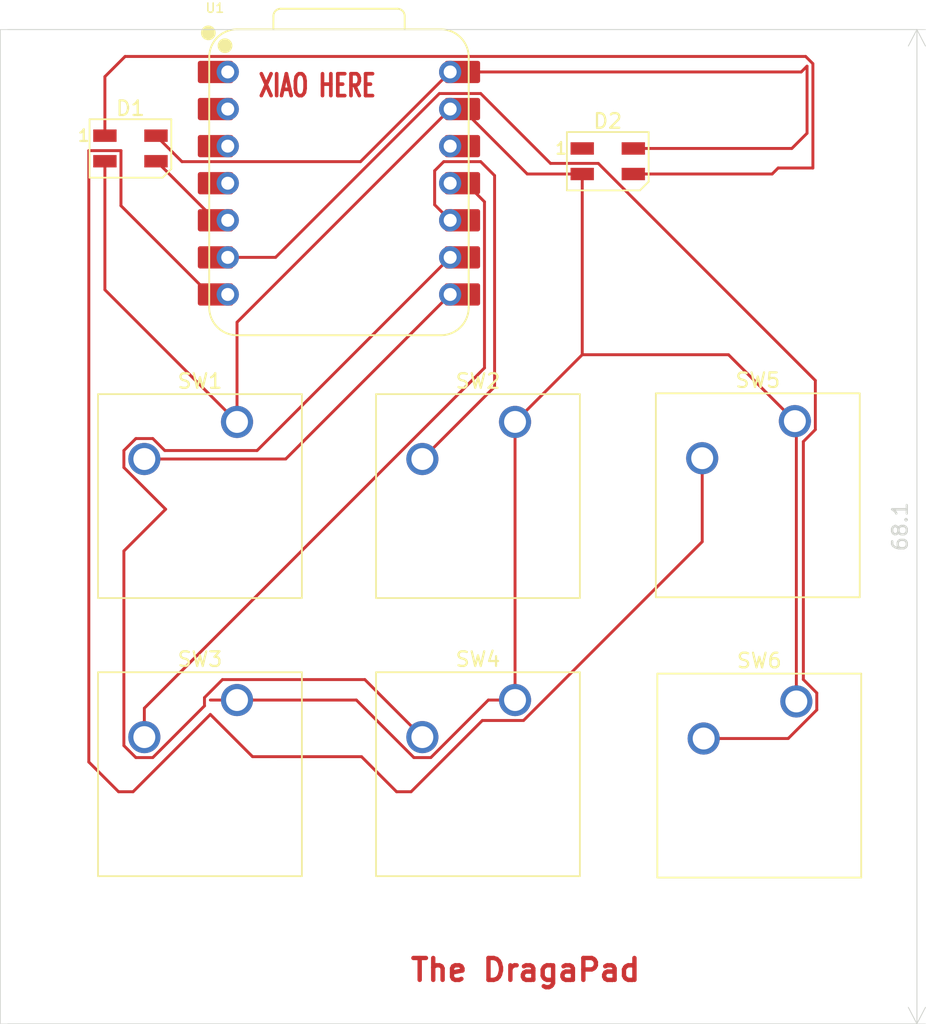
<source format=kicad_pcb>
(kicad_pcb (version 20241229) (generator "pcbnew") (generator_version "9.0")
  (layers (0 "F.Cu" signal) (2 "B.Cu" signal) (13 "F.Paste" user) (15 "B.Paste" user) (5 "F.SilkS" user "F.Silkscreen") (7 "B.SilkS" user "B.Silkscreen") (1 "F.Mask" user) (3 "B.Mask" user) (25 "Edge.Cuts" user))
  (net 0 "")
  (net 1 "+5V")
  (net 2 "GND")
  (net 3 "Net-(D1-DIN)")
  (net 4 "Net-(D1-DOUT)")
  (net 6 "Net-(U1-GPIO1{slash}RX)")
  (net 7 "Net-(U1-GPIO4{slash}MISO)")
  (net 8 "Net-(U1-GPIO3{slash}MOSI)")
  (net 9 "Net-(U1-GPIO2{slash}SCK)")
  (net 10 "Net-(U1-GPIO0{slash}TX)")
  (net 16 "Net-(U1-GPIO7{slash}SCL)")
  (footprint "Button_Switch_Keyboard:SW_Cherry_MX_1.00u_PCB" (layer "F.Cu") (at 65.31525 76.92475)
    (property "Reference" "SW3" (at -2.54 -2.794 0) (layer "F.SilkS"))
    (property "Value" "SW_Push")
    (fp_line (start -9.525 -1.905) (end 4.445 -1.905) (stroke (width 0.12)) (layer "F.SilkS"))
    (fp_line (start -9.525 12.065) (end -9.525 -1.905) (stroke (width 0.12)) (layer "F.SilkS"))
    (fp_line (start 4.445 -1.905) (end 4.445 12.065) (stroke (width 0.12)) (layer "F.SilkS"))
    (fp_line (start 4.445 12.065) (end -9.525 12.065) (stroke (width 0.12)) (layer "F.SilkS"))
    (pad "" np_thru_hole circle (at -7.62 5.08) (size 1.7 1.7) (drill 1.7) (layers "*.Cu" "*.Mask"))
    (pad "" np_thru_hole circle (at -2.54 5.08) (size 4 4) (drill 4) (layers "*.Cu" "*.Mask"))
    (pad "" np_thru_hole circle (at 2.54 5.08) (size 1.7 1.7) (drill 1.7) (layers "*.Cu" "*.Mask"))
    (pad "1" thru_hole circle (at 0 0) (size 2.2 2.2) (drill 1.5) (layers "*.Cu" "*.Mask") (net 2 "GND"))
    (pad "2" thru_hole circle (at -6.35 2.54) (size 2.2 2.2) (drill 1.5) (layers "*.Cu" "*.Mask") (net 8 "Net-(U1-GPIO3{slash}MOSI)"))
  )
  (footprint "LED_SMD:LED_SK6812MINI_PLCC4_3.5x3.5mm_P1.75mm" (layer "F.Cu") (at 58.01275 39.14225)
    (property "Reference" "D1" (at 0 -2.75 0) (layer "F.SilkS"))
    (property "Value" "SK6812MINI")
    (fp_line (start -2.8 -2) (end -2.8 2) (stroke (width 0.12)) (layer "F.SilkS"))
    (fp_line (start -2.8 -2) (end 2.8 -2) (stroke (width 0.12)) (layer "F.SilkS"))
    (fp_line (start -2.8 2) (end 2.2 2) (stroke (width 0.12)) (layer "F.SilkS"))
    (fp_line (start 2.8 1.4) (end 2.2 2) (stroke (width 0.12)) (layer "F.SilkS"))
    (fp_line (start 2.8 1.4) (end 2.8 -2) (stroke (width 0.12)) (layer "F.SilkS"))
    (fp_text user "1" (at -3.2 -0.875 0) (layer "F.SilkS") (effects (font (size 0.8 0.8))))
    (pad "1" smd rect (at -1.75 -0.875) (size 1.6 0.85) (layers "F.Cu" "F.Mask" "F.Paste") (net 4 "Net-(D1-DOUT)"))
    (pad "2" smd rect (at -1.75 0.875) (size 1.6 0.85) (layers "F.Cu" "F.Mask" "F.Paste") (net 2 "GND"))
    (pad "3" smd rect (at 1.75 0.875) (size 1.6 0.85) (layers "F.Cu" "F.Mask" "F.Paste") (net 3 "Net-(D1-DIN)"))
    (pad "4" smd rect (at 1.75 -0.875) (size 1.6 0.85) (layers "F.Cu" "F.Mask" "F.Paste") (net 1 "+5V"))
  )
  (footprint "Button_Switch_Keyboard:SW_Cherry_MX_1.00u_PCB" (layer "F.Cu") (at 84.36525 57.87475)
    (property "Reference" "SW2" (at -2.54 -2.794 0) (layer "F.SilkS"))
    (property "Value" "SW_Push")
    (fp_line (start -9.525 -1.905) (end 4.445 -1.905) (stroke (width 0.12)) (layer "F.SilkS"))
    (fp_line (start -9.525 12.065) (end -9.525 -1.905) (stroke (width 0.12)) (layer "F.SilkS"))
    (fp_line (start 4.445 -1.905) (end 4.445 12.065) (stroke (width 0.12)) (layer "F.SilkS"))
    (fp_line (start 4.445 12.065) (end -9.525 12.065) (stroke (width 0.12)) (layer "F.SilkS"))
    (pad "" np_thru_hole circle (at -7.62 5.08) (size 1.7 1.7) (drill 1.7) (layers "*.Cu" "*.Mask"))
    (pad "" np_thru_hole circle (at -2.54 5.08) (size 4 4) (drill 4) (layers "*.Cu" "*.Mask"))
    (pad "" np_thru_hole circle (at 2.54 5.08) (size 1.7 1.7) (drill 1.7) (layers "*.Cu" "*.Mask"))
    (pad "1" thru_hole circle (at 0 0) (size 2.2 2.2) (drill 1.5) (layers "*.Cu" "*.Mask") (net 2 "GND"))
    (pad "2" thru_hole circle (at -6.35 2.54) (size 2.2 2.2) (drill 1.5) (layers "*.Cu" "*.Mask") (net 7 "Net-(U1-GPIO4{slash}MISO)"))
  )
  (footprint "Button_Switch_Keyboard:SW_Cherry_MX_1.00u_PCB" (layer "F.Cu") (at 103.64 77.02)
    (property "Reference" "SW6" (at -2.54 -2.794 0) (layer "F.SilkS"))
    (property "Value" "SW_Push")
    (fp_line (start -9.525 -1.905) (end 4.445 -1.905) (stroke (width 0.12)) (layer "F.SilkS"))
    (fp_line (start -9.525 12.065) (end -9.525 -1.905) (stroke (width 0.12)) (layer "F.SilkS"))
    (fp_line (start 4.445 -1.905) (end 4.445 12.065) (stroke (width 0.12)) (layer "F.SilkS"))
    (fp_line (start 4.445 12.065) (end -9.525 12.065) (stroke (width 0.12)) (layer "F.SilkS"))
    (pad "" np_thru_hole circle (at -7.62 5.08) (size 1.7 1.7) (drill 1.7) (layers "*.Cu" "*.Mask"))
    (pad "" np_thru_hole circle (at -2.54 5.08) (size 4 4) (drill 4) (layers "*.Cu" "*.Mask"))
    (pad "" np_thru_hole circle (at 2.54 5.08) (size 1.7 1.7) (drill 1.7) (layers "*.Cu" "*.Mask"))
    (pad "1" thru_hole circle (at 0 0) (size 2.2 2.2) (drill 1.5) (layers "*.Cu" "*.Mask") (net 2 "GND"))
    (pad "2" thru_hole circle (at -6.35 2.54) (size 2.2 2.2) (drill 1.5) (layers "*.Cu" "*.Mask") (net 16 "Net-(U1-GPIO7{slash}SCL)"))
  )
  (footprint "Button_Switch_Keyboard:SW_Cherry_MX_1.00u_PCB" (layer "F.Cu") (at 103.54 57.82)
    (property "Reference" "SW5" (at -2.54 -2.794 0) (layer "F.SilkS"))
    (property "Value" "SW_Push")
    (fp_line (start -9.525 -1.905) (end 4.445 -1.905) (stroke (width 0.12)) (layer "F.SilkS"))
    (fp_line (start -9.525 12.065) (end -9.525 -1.905) (stroke (width 0.12)) (layer "F.SilkS"))
    (fp_line (start 4.445 -1.905) (end 4.445 12.065) (stroke (width 0.12)) (layer "F.SilkS"))
    (fp_line (start 4.445 12.065) (end -9.525 12.065) (stroke (width 0.12)) (layer "F.SilkS"))
    (pad "" np_thru_hole circle (at -7.62 5.08) (size 1.7 1.7) (drill 1.7) (layers "*.Cu" "*.Mask"))
    (pad "" np_thru_hole circle (at -2.54 5.08) (size 4 4) (drill 4) (layers "*.Cu" "*.Mask"))
    (pad "" np_thru_hole circle (at 2.54 5.08) (size 1.7 1.7) (drill 1.7) (layers "*.Cu" "*.Mask"))
    (pad "1" thru_hole circle (at 0 0) (size 2.2 2.2) (drill 1.5) (layers "*.Cu" "*.Mask") (net 2 "GND"))
    (pad "2" thru_hole circle (at -6.35 2.54) (size 2.2 2.2) (drill 1.5) (layers "*.Cu" "*.Mask") (net 10 "Net-(U1-GPIO0{slash}TX)"))
  )
  (footprint "OPL:XIAO-RP2040-DIP" (layer "F.Cu") (at 72.30025 41.5235)
    (property "Reference" "U1" (at -8.5 -12 0) (layer "F.SilkS") (effects (font (size 0.635 0.635) (thickness 0.1016))))
    (property "Value" "XIAO-RP2040-DIP")
    (fp_line (start -8.89 8.509) (end -8.89 -8.636) (stroke (width 0.127)) (layer "F.SilkS"))
    (fp_line (start -6.985 10.414) (end 6.985 10.414) (stroke (width 0.127)) (layer "F.SilkS"))
    (fp_line (start -4.495 -10.541) (end -4.491272 -11.451272) (stroke (width 0.127)) (layer "F.SilkS"))
    (fp_line (start -3.991272 -11.951) (end 4.004 -11.951) (stroke (width 0.127)) (layer "F.SilkS"))
    (fp_line (start 4.504 -11.451) (end 4.504 -10.541) (stroke (width 0.127)) (layer "F.SilkS"))
    (fp_line (start 6.985 -10.541) (end -6.985 -10.541) (stroke (width 0.1)) (layer "F.SilkS"))
    (fp_line (start 6.985 -10.541) (end -6.985 -10.541) (stroke (width 0.127)) (layer "F.SilkS"))
    (fp_line (start 8.89 8.509) (end 8.89 -8.636) (stroke (width 0.127)) (layer "F.SilkS"))
    (fp_arc (start -8.89 -8.636) (mid -8.332038 -9.983038) (end -6.985 -10.541) (stroke (width 0.127)) (layer "F.SilkS"))
    (fp_arc (start -6.985 10.414) (mid -8.332038 9.856038) (end -8.89 8.509) (stroke (width 0.127)) (layer "F.SilkS"))
    (fp_arc (start -4.491272 -11.451272) (mid -4.344728 -11.80464) (end -3.991272 -11.951) (stroke (width 0.127)) (layer "F.SilkS"))
    (fp_arc (start 4.004 -11.951) (mid 4.357553 -11.804553) (end 4.504 -11.451) (stroke (width 0.127)) (layer "F.SilkS"))
    (fp_arc (start 6.985 -10.541) (mid 8.332038 -9.983038) (end 8.89 -8.636) (stroke (width 0.127)) (layer "F.SilkS"))
    (fp_arc (start 8.89 8.509) (mid 8.332038 9.856038) (end 6.985 10.414) (stroke (width 0.127)) (layer "F.SilkS"))
    (fp_circle (center -8.95 -10.3) (end -8.95 -10.554) (stroke (width 0.5)) (fill yes) (layer "F.SilkS"))
    (fp_circle (center -7.807 -9.42) (end -7.807 -9.674) (stroke (width 0.5)) (fill yes) (layer "F.SilkS"))
    (pad "1" smd roundrect (at -8.455 -7.62 180) (size 2.432 1.524) (layers "F.Cu" "F.Mask") (roundrect_rratio 0.1))
    (pad "1" thru_hole circle (at -7.62 -7.62 180) (size 1.524 1.524) (drill 0.889) (layers "*.Cu" "*.Mask"))
    (pad "2" smd roundrect (at -8.455 -5.08 180) (size 2.432 1.524) (layers "F.Cu" "F.Mask") (roundrect_rratio 0.1))
    (pad "2" thru_hole circle (at -7.62 -5.08 180) (size 1.524 1.524) (drill 0.889) (layers "*.Cu" "*.Mask"))
    (pad "3" smd roundrect (at -8.455 -2.54 180) (size 2.432 1.524) (layers "F.Cu" "F.Mask") (roundrect_rratio 0.1))
    (pad "3" thru_hole circle (at -7.62 -2.54 180) (size 1.524 1.524) (drill 0.889) (layers "*.Cu" "*.Mask"))
    (pad "4" smd roundrect (at -8.455 0 180) (size 2.432 1.524) (layers "F.Cu" "F.Mask") (roundrect_rratio 0.1))
    (pad "4" thru_hole circle (at -7.62 0 180) (size 1.524 1.524) (drill 0.889) (layers "*.Cu" "*.Mask"))
    (pad "5" smd roundrect (at -8.455 2.54 180) (size 2.432 1.524) (layers "F.Cu" "F.Mask") (roundrect_rratio 0.1) (net 3 "Net-(D1-DIN)"))
    (pad "5" thru_hole circle (at -7.62 2.54 180) (size 1.524 1.524) (drill 0.889) (layers "*.Cu" "*.Mask") (net 3 "Net-(D1-DIN)"))
    (pad "6" smd roundrect (at -8.455 5.08 180) (size 2.432 1.524) (layers "F.Cu" "F.Mask") (roundrect_rratio 0.1) (net 16 "Net-(U1-GPIO7{slash}SCL)"))
    (pad "6" thru_hole circle (at -7.62 5.08 180) (size 1.524 1.524) (drill 0.889) (layers "*.Cu" "*.Mask") (net 16 "Net-(U1-GPIO7{slash}SCL)"))
    (pad "7" smd roundrect (at -8.455 7.62 180) (size 2.432 1.524) (layers "F.Cu" "F.Mask") (roundrect_rratio 0.1) (net 10 "Net-(U1-GPIO0{slash}TX)"))
    (pad "7" thru_hole circle (at -7.62 7.62 180) (size 1.524 1.524) (drill 0.889) (layers "*.Cu" "*.Mask") (net 10 "Net-(U1-GPIO0{slash}TX)"))
    (pad "8" thru_hole circle (at 7.62 7.62) (size 1.524 1.524) (drill 0.889) (layers "*.Cu" "*.Mask") (net 6 "Net-(U1-GPIO1{slash}RX)"))
    (pad "8" smd roundrect (at 8.455 7.62) (size 2.432 1.524) (layers "F.Cu" "F.Mask") (roundrect_rratio 0.1) (net 6 "Net-(U1-GPIO1{slash}RX)"))
    (pad "9" thru_hole circle (at 7.62 5.08) (size 1.524 1.524) (drill 0.889) (layers "*.Cu" "*.Mask") (net 9 "Net-(U1-GPIO2{slash}SCK)"))
    (pad "9" smd roundrect (at 8.455 5.08) (size 2.432 1.524) (layers "F.Cu" "F.Mask") (roundrect_rratio 0.1) (net 9 "Net-(U1-GPIO2{slash}SCK)"))
    (pad "10" thru_hole circle (at 7.62 2.54) (size 1.524 1.524) (drill 0.889) (layers "*.Cu" "*.Mask") (net 7 "Net-(U1-GPIO4{slash}MISO)"))
    (pad "10" smd roundrect (at 8.455 2.54) (size 2.432 1.524) (layers "F.Cu" "F.Mask") (roundrect_rratio 0.1) (net 7 "Net-(U1-GPIO4{slash}MISO)"))
    (pad "11" thru_hole circle (at 7.62 0) (size 1.524 1.524) (drill 0.889) (layers "*.Cu" "*.Mask") (net 8 "Net-(U1-GPIO3{slash}MOSI)"))
    (pad "11" smd roundrect (at 8.455 0) (size 2.432 1.524) (layers "F.Cu" "F.Mask") (roundrect_rratio 0.1) (net 8 "Net-(U1-GPIO3{slash}MOSI)"))
    (pad "12" thru_hole circle (at 7.62 -2.54) (size 1.524 1.524) (drill 0.889) (layers "*.Cu" "*.Mask"))
    (pad "12" smd roundrect (at 8.455 -2.54) (size 2.432 1.524) (layers "F.Cu" "F.Mask") (roundrect_rratio 0.1))
    (pad "13" thru_hole circle (at 7.62 -5.08) (size 1.524 1.524) (drill 0.889) (layers "*.Cu" "*.Mask") (net 2 "GND"))
    (pad "13" smd roundrect (at 8.455 -5.08) (size 2.432 1.524) (layers "F.Cu" "F.Mask") (roundrect_rratio 0.1) (net 2 "GND"))
    (pad "14" thru_hole circle (at 7.62 -7.62) (size 1.524 1.524) (drill 0.889) (layers "*.Cu" "*.Mask") (net 1 "+5V"))
    (pad "14" smd roundrect (at 8.455 -7.62) (size 2.432 1.524) (layers "F.Cu" "F.Mask") (roundrect_rratio 0.1) (net 1 "+5V"))
  )
  (footprint "LED_SMD:LED_SK6812MINI_PLCC4_3.5x3.5mm_P1.75mm" (layer "F.Cu") (at 90.719 40.01725)
    (property "Reference" "D2" (at 0 -2.75 0) (layer "F.SilkS"))
    (property "Value" "SK6812MINI")
    (fp_line (start -2.8 -2) (end -2.8 2) (stroke (width 0.12)) (layer "F.SilkS"))
    (fp_line (start -2.8 -2) (end 2.8 -2) (stroke (width 0.12)) (layer "F.SilkS"))
    (fp_line (start -2.8 2) (end 2.2 2) (stroke (width 0.12)) (layer "F.SilkS"))
    (fp_line (start 2.8 1.4) (end 2.2 2) (stroke (width 0.12)) (layer "F.SilkS"))
    (fp_line (start 2.8 1.4) (end 2.8 -2) (stroke (width 0.12)) (layer "F.SilkS"))
    (fp_text user "1" (at -3.2 -0.875 0) (layer "F.SilkS") (effects (font (size 0.8 0.8))))
    (pad "1" smd rect (at -1.75 -0.875) (size 1.6 0.85) (layers "F.Cu" "F.Mask" "F.Paste"))
    (pad "2" smd rect (at -1.75 0.875) (size 1.6 0.85) (layers "F.Cu" "F.Mask" "F.Paste") (net 2 "GND"))
    (pad "3" smd rect (at 1.75 0.875) (size 1.6 0.85) (layers "F.Cu" "F.Mask" "F.Paste") (net 4 "Net-(D1-DOUT)"))
    (pad "4" smd rect (at 1.75 -0.875) (size 1.6 0.85) (layers "F.Cu" "F.Mask" "F.Paste") (net 1 "+5V"))
  )
  (footprint "Button_Switch_Keyboard:SW_Cherry_MX_1.00u_PCB" (layer "F.Cu") (at 84.36525 76.92475)
    (property "Reference" "SW4" (at -2.54 -2.794 0) (layer "F.SilkS"))
    (property "Value" "SW_Push")
    (fp_line (start -9.525 -1.905) (end 4.445 -1.905) (stroke (width 0.12)) (layer "F.SilkS"))
    (fp_line (start -9.525 12.065) (end -9.525 -1.905) (stroke (width 0.12)) (layer "F.SilkS"))
    (fp_line (start 4.445 -1.905) (end 4.445 12.065) (stroke (width 0.12)) (layer "F.SilkS"))
    (fp_line (start 4.445 12.065) (end -9.525 12.065) (stroke (width 0.12)) (layer "F.SilkS"))
    (pad "" np_thru_hole circle (at -7.62 5.08) (size 1.7 1.7) (drill 1.7) (layers "*.Cu" "*.Mask"))
    (pad "" np_thru_hole circle (at -2.54 5.08) (size 4 4) (drill 4) (layers "*.Cu" "*.Mask"))
    (pad "" np_thru_hole circle (at 2.54 5.08) (size 1.7 1.7) (drill 1.7) (layers "*.Cu" "*.Mask"))
    (pad "1" thru_hole circle (at 0 0) (size 2.2 2.2) (drill 1.5) (layers "*.Cu" "*.Mask") (net 2 "GND"))
    (pad "2" thru_hole circle (at -6.35 2.54) (size 2.2 2.2) (drill 1.5) (layers "*.Cu" "*.Mask") (net 9 "Net-(U1-GPIO2{slash}SCK)"))
  )
  (footprint "Button_Switch_Keyboard:SW_Cherry_MX_1.00u_PCB" (layer "F.Cu") (at 65.31525 57.87475)
    (property "Reference" "SW1" (at -2.54 -2.794 0) (layer "F.SilkS"))
    (property "Value" "SW_Push")
    (fp_line (start -9.525 -1.905) (end 4.445 -1.905) (stroke (width 0.12)) (layer "F.SilkS"))
    (fp_line (start -9.525 12.065) (end -9.525 -1.905) (stroke (width 0.12)) (layer "F.SilkS"))
    (fp_line (start 4.445 -1.905) (end 4.445 12.065) (stroke (width 0.12)) (layer "F.SilkS"))
    (fp_line (start 4.445 12.065) (end -9.525 12.065) (stroke (width 0.12)) (layer "F.SilkS"))
    (pad "" np_thru_hole circle (at -7.62 5.08) (size 1.7 1.7) (drill 1.7) (layers "*.Cu" "*.Mask"))
    (pad "" np_thru_hole circle (at -2.54 5.08) (size 4 4) (drill 4) (layers "*.Cu" "*.Mask"))
    (pad "" np_thru_hole circle (at 2.54 5.08) (size 1.7 1.7) (drill 1.7) (layers "*.Cu" "*.Mask"))
    (pad "1" thru_hole circle (at 0 0) (size 2.2 2.2) (drill 1.5) (layers "*.Cu" "*.Mask") (net 2 "GND"))
    (pad "2" thru_hole circle (at -6.35 2.54) (size 2.2 2.2) (drill 1.5) (layers "*.Cu" "*.Mask") (net 6 "Net-(U1-GPIO1{slash}RX)"))
  )
  (gr_rect (start 49.1 31) (end 111.9 99.1) (stroke (width 0.05)) (fill no) (layer "Edge.Cuts"))
  (gr_text "The DragaPad" (at 77.06275 96.29225 0) (layer "F.Cu") (effects (font (size 1.5 1.5) (thickness 0.3) (bold yes)) (justify left bottom)))
  (gr_text "XIAO HERE" (at 66.675 35.71875 0) (layer "F.Cu") (effects (font (size 1.5 1) (thickness 0.25) (bold yes)) (justify left bottom)))
  (dimension (type orthogonal) (layer "Edge.Cuts") (pts (xy 111.9 99.1) (xy 49.1 31)) (height 0) (orientation 1) (format (prefix "") (suffix "") (units 3) (units_format 0) (precision 4) (suppress_zeroes yes)) (style (thickness 0.05) (arrow_length 1.27) (text_position_mode 0) (arrow_direction outward) (extension_height 0.58642) (extension_offset 0.5) (keep_text_aligned yes)) (gr_text "68.1" (at 110.75 65.05 90) (layer "Edge.Cuts") (effects (font (size 1 1) (thickness 0.15)))))
  (dimension (type orthogonal) (layer "Edge.Cuts") (pts (xy 111.9 31) (xy 49.1 99.1)) (height 0) (orientation 1) (format (prefix "") (suffix "") (units 3) (units_format 0) (precision 4) (suppress_zeroes yes)) (style (thickness 0.05) (arrow_length 1.27) (text_position_mode 0) (arrow_direction outward) (extension_height 0.58642) (extension_offset 0.5) (keep_text_aligned yes)) (gr_text "68.1" (at 110.75 65.05 90) (layer "Edge.Cuts") (effects (font (size 1 1) (thickness 0.15)))))
  (segment (start 104.374 38.1) (end 104.374 33.5036) (width 0.2) (layer "F.Cu") (net 1))
  (segment (start 61.542 40.0465) (end 59.76275 38.26725) (width 0.2) (layer "F.Cu") (net 1))
  (segment (start 103.33175 39.14225) (end 104.374 38.1) (width 0.2) (layer "F.Cu") (net 1))
  (segment (start 73.77725 40.0465) (end 61.542 40.0465) (width 0.2) (layer "F.Cu") (net 1))
  (segment (start 104.374 33.5036) (end 103.9741 33.9035) (width 0.2) (layer "F.Cu") (net 1))
  (segment (start 79.92025 33.9035) (end 73.77725 40.0465) (width 0.2) (layer "F.Cu") (net 1))
  (segment (start 103.9741 33.9035) (end 79.92025 33.9035) (width 0.2) (layer "F.Cu") (net 1))
  (segment (start 92.469 39.14225) (end 103.33175 39.14225) (width 0.2) (layer "F.Cu") (net 1))
  (segment (start 88.969 40.89225) (end 88.969 53.271) (width 0.2) (layer "F.Cu") (net 2))
  (segment (start 82.536564 76.92475) (end 84.36525 76.92475) (width 0.2) (layer "F.Cu") (net 2))
  (segment (start 56.26275 48.82225) (end 65.31525 57.87475) (width 0.2) (layer "F.Cu") (net 2))
  (segment (start 73.493936 76.92475) (end 77.434936 80.86575) (width 0.2) (layer "F.Cu") (net 2))
  (segment (start 103.54 57.82) (end 98.991 53.271) (width 0.2) (layer "F.Cu") (net 2))
  (segment (start 65.31525 57.87475) (end 65.31525 51.0485) (width 0.2) (layer "F.Cu") (net 2))
  (segment (start 103.54 57.82) (end 103.54 58.24) (width 0.2) (layer "F.Cu") (net 2))
  (segment (start 88.969 40.89225) (end 85.204 40.89225) (width 0.2) (layer "F.Cu") (net 2))
  (segment (start 65.31525 76.92475) (end 73.493936 76.92475) (width 0.2) (layer "F.Cu") (net 2))
  (segment (start 65.31525 51.0485) (end 79.92025 36.4435) (width 0.2) (layer "F.Cu") (net 2))
  (segment (start 56.26275 40.01725) (end 56.26275 48.82225) (width 0.2) (layer "F.Cu") (net 2))
  (segment (start 85.204 40.89225) (end 80.75525 36.4435) (width 0.2) (layer "F.Cu") (net 2))
  (segment (start 103.54 58.24) (end 103.64 58.34) (width 0.2) (layer "F.Cu") (net 2))
  (segment (start 103.64 58.34) (end 103.64 77.02) (width 0.2) (layer "F.Cu") (net 2))
  (segment (start 98.991 53.271) (end 88.969 53.271) (width 0.2) (layer "F.Cu") (net 2))
  (segment (start 88.969 53.271) (end 84.36525 57.87475) (width 0.2) (layer "F.Cu") (net 2))
  (segment (start 63.486564 76.92475) (end 65.31525 76.92475) (width 0.2) (layer "F.Cu") (net 2))
  (segment (start 84.36525 76.92475) (end 84.36525 57.87475) (width 0.2) (layer "F.Cu") (net 2))
  (segment (start 78.595564 80.86575) (end 82.536564 76.92475) (width 0.2) (layer "F.Cu") (net 2))
  (segment (start 77.434936 80.86575) (end 78.595564 80.86575) (width 0.2) (layer "F.Cu") (net 2))
  (segment (start 59.76275 39.981) (end 63.84525 44.0635) (width 0.2) (layer "F.Cu") (net 3))
  (segment (start 56.26275 38.26725) (end 56.26275 34.22475) (width 0.2) (layer "F.Cu") (net 4))
  (segment (start 104.278 32.8405) (end 104.775 33.3375) (width 0.2) (layer "F.Cu") (net 4))
  (segment (start 104.775 40.48125) (end 102.39375 40.48125) (width 0.2) (layer "F.Cu") (net 4))
  (segment (start 101.98275 40.89225) (end 92.469 40.89225) (width 0.2) (layer "F.Cu") (net 4))
  (segment (start 57.647 32.8405) (end 104.278 32.8405) (width 0.2) (layer "F.Cu") (net 4))
  (segment (start 102.39375 40.48125) (end 101.98275 40.89225) (width 0.2) (layer "F.Cu") (net 4))
  (segment (start 104.775 33.3375) (end 104.775 40.48125) (width 0.2) (layer "F.Cu") (net 4))
  (segment (start 56.26275 34.22475) (end 57.647 32.8405) (width 0.2) (layer "F.Cu") (net 4))
  (segment (start 68.649 60.41475) (end 58.96525 60.41475) (width 0.2) (layer "F.Cu") (net 6))
  (segment (start 79.92025 49.1435) (end 68.649 60.41475) (width 0.2) (layer "F.Cu") (net 6))
  (segment (start 82.010876 40.0465) (end 82.96425 40.999874) (width 0.2) (layer "F.Cu") (net 7))
  (segment (start 82.96425 40.999874) (end 82.96425 55.46575) (width 0.2) (layer "F.Cu") (net 7))
  (segment (start 79.47994 40.0465) (end 82.010876 40.0465) (width 0.2) (layer "F.Cu") (net 7))
  (segment (start 78.85725 43.0005) (end 78.85725 40.66919) (width 0.2) (layer "F.Cu") (net 7))
  (segment (start 79.92025 44.0635) (end 78.85725 43.0005) (width 0.2) (layer "F.Cu") (net 7))
  (segment (start 82.96425 55.46575) (end 78.01525 60.41475) (width 0.2) (layer "F.Cu") (net 7))
  (segment (start 78.85725 40.66919) (end 79.47994 40.0465) (width 0.2) (layer "F.Cu") (net 7))
  (segment (start 79.92025 41.5235) (end 80.99788 41.5235) (width 0.2) (layer "F.Cu") (net 8))
  (segment (start 82.27225 42.79787) (end 82.27225 54.176436) (width 0.2) (layer "F.Cu") (net 8))
  (segment (start 82.27225 54.176436) (end 58.96525 77.483436) (width 0.2) (layer "F.Cu") (net 8))
  (segment (start 80.99788 41.5235) (end 82.27225 42.79787) (width 0.2) (layer "F.Cu") (net 8))
  (segment (start 58.96525 77.483436) (end 58.96525 79.46475) (width 0.2) (layer "F.Cu") (net 8))
  (segment (start 64.320464 75.52375) (end 74.07425 75.52375) (width 0.2) (layer "F.Cu") (net 9))
  (segment (start 58.384936 80.86575) (end 59.545564 80.86575) (width 0.2) (layer "F.Cu") (net 9))
  (segment (start 59.545564 80.86575) (end 63.085564 77.32575) (width 0.2) (layer "F.Cu") (net 9))
  (segment (start 74.07425 75.52375) (end 78.01525 79.46475) (width 0.2) (layer "F.Cu") (net 9))
  (segment (start 60.36625 59.834436) (end 59.545564 59.01375) (width 0.2) (layer "F.Cu") (net 9))
  (segment (start 57.56425 80.045064) (end 58.384936 80.86575) (width 0.2) (layer "F.Cu") (net 9))
  (segment (start 63.085564 77.32575) (end 63.085564 76.75865) (width 0.2) (layer "F.Cu") (net 9))
  (segment (start 60.42425 63.855064) (end 57.56425 66.715064) (width 0.2) (layer "F.Cu") (net 9))
  (segment (start 57.56425 66.715064) (end 57.56425 80.045064) (width 0.2) (layer "F.Cu") (net 9))
  (segment (start 57.56425 60.995064) (end 60.42425 63.855064) (width 0.2) (layer "F.Cu") (net 9))
  (segment (start 66.689314 59.834436) (end 60.36625 59.834436) (width 0.2) (layer "F.Cu") (net 9))
  (segment (start 79.92025 46.6035) (end 81.100976 46.6035) (width 0.2) (layer "F.Cu") (net 9))
  (segment (start 57.56425 59.834436) (end 57.56425 60.995064) (width 0.2) (layer "F.Cu") (net 9))
  (segment (start 58.384936 59.01375) (end 57.56425 59.834436) (width 0.2) (layer "F.Cu") (net 9))
  (segment (start 59.545564 59.01375) (end 58.384936 59.01375) (width 0.2) (layer "F.Cu") (net 9))
  (segment (start 63.085564 76.75865) (end 64.320464 75.52375) (width 0.2) (layer "F.Cu") (net 9))
  (segment (start 79.92025 46.6035) (end 66.689314 59.834436) (width 0.2) (layer "F.Cu") (net 9))
  (segment (start 82.12272 78.32575) (end 77.24272 83.20575) (width 0.2) (layer "F.Cu") (net 10))
  (segment (start 58.19272 83.20575) (end 57.19778 83.20575) (width 0.2) (layer "F.Cu") (net 10))
  (segment (start 55.16175 81.16972) (end 55.16175 39.29125) (width 0.2) (layer "F.Cu") (net 10))
  (segment (start 76.24778 83.20575) (end 73.84578 80.80375) (width 0.2) (layer "F.Cu") (net 10))
  (segment (start 97.19 66.081314) (end 84.945564 78.32575) (width 0.2) (layer "F.Cu") (net 10))
  (segment (start 57.36375 43.06375) (end 63.4435 49.1435) (width 0.2) (layer "F.Cu") (net 10))
  (segment (start 55.16175 39.29125) (end 57.36375 39.29125) (width 0.2) (layer "F.Cu") (net 10))
  (segment (start 57.36375 39.29125) (end 57.36375 43.06375) (width 0.2) (layer "F.Cu") (net 10))
  (segment (start 77.24272 83.20575) (end 76.24778 83.20575) (width 0.2) (layer "F.Cu") (net 10))
  (segment (start 63.4435 49.1435) (end 64.68025 49.1435) (width 0.2) (layer "F.Cu") (net 10))
  (segment (start 84.945564 78.32575) (end 82.12272 78.32575) (width 0.2) (layer "F.Cu") (net 10))
  (segment (start 63.486564 77.911906) (end 58.19272 83.20575) (width 0.2) (layer "F.Cu") (net 10))
  (segment (start 57.19778 83.20575) (end 55.16175 81.16972) (width 0.2) (layer "F.Cu") (net 10))
  (segment (start 97.19 60.36) (end 97.19 66.081314) (width 0.2) (layer "F.Cu") (net 10))
  (segment (start 66.378408 80.80375) (end 63.486564 77.911906) (width 0.2) (layer "F.Cu") (net 10))
  (segment (start 73.84578 80.80375) (end 66.378408 80.80375) (width 0.2) (layer "F.Cu") (net 10))
  (segment (start 103.081314 79.56) (end 105.041 77.600314) (width 0.2) (layer "F.Cu") (net 16))
  (segment (start 105.041 77.600314) (end 105.041 76.439686) (width 0.2) (layer "F.Cu") (net 16))
  (segment (start 104.120314 59.221) (end 104.941 58.400314) (width 0.2) (layer "F.Cu") (net 16))
  (segment (start 104.941 55.03725) (end 90.07 40.16625) (width 0.2) (layer "F.Cu") (net 16))
  (segment (start 97.29 79.56) (end 103.081314 79.56) (width 0.2) (layer "F.Cu") (net 16))
  (segment (start 82.010876 35.3805) (end 79.17944 35.3805) (width 0.2) (layer "F.Cu") (net 16))
  (segment (start 79.17944 35.3805) (end 67.95644 46.6035) (width 0.2) (layer "F.Cu") (net 16))
  (segment (start 104.120314 75.519) (end 104.120314 59.221) (width 0.2) (layer "F.Cu") (net 16))
  (segment (start 67.95644 46.6035) (end 64.68025 46.6035) (width 0.2) (layer "F.Cu") (net 16))
  (segment (start 104.941 58.400314) (end 104.941 55.03725) (width 0.2) (layer "F.Cu") (net 16))
  (segment (start 86.796626 40.16625) (end 82.010876 35.3805) (width 0.2) (layer "F.Cu") (net 16))
  (segment (start 90.07 40.16625) (end 86.796626 40.16625) (width 0.2) (layer "F.Cu") (net 16))
  (segment (start 105.041 76.439686) (end 104.120314 75.519) (width 0.2) (layer "F.Cu") (net 16))
)
</source>
